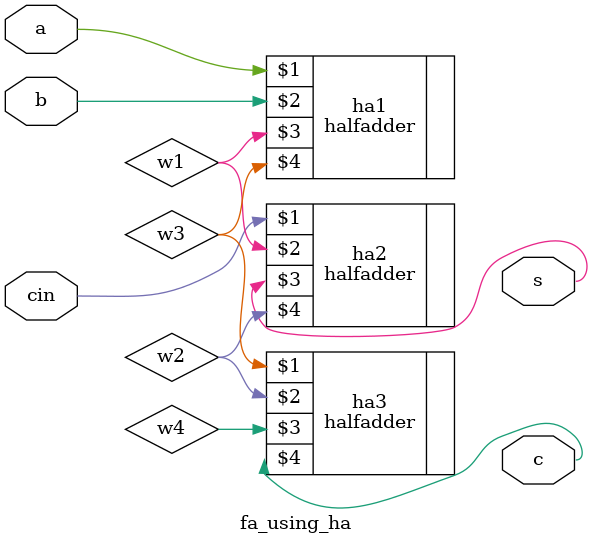
<source format=v>

module fa_using_ha
(input a,b,cin,
 output s,c);
 
 wire w1,w2,w3,w4;
 
halfadder ha1(a,b,w1,w3),
	  ha2(cin,w1,s,w2),
	  ha3(w3,w2,w4,c);
	  
endmodule

</source>
